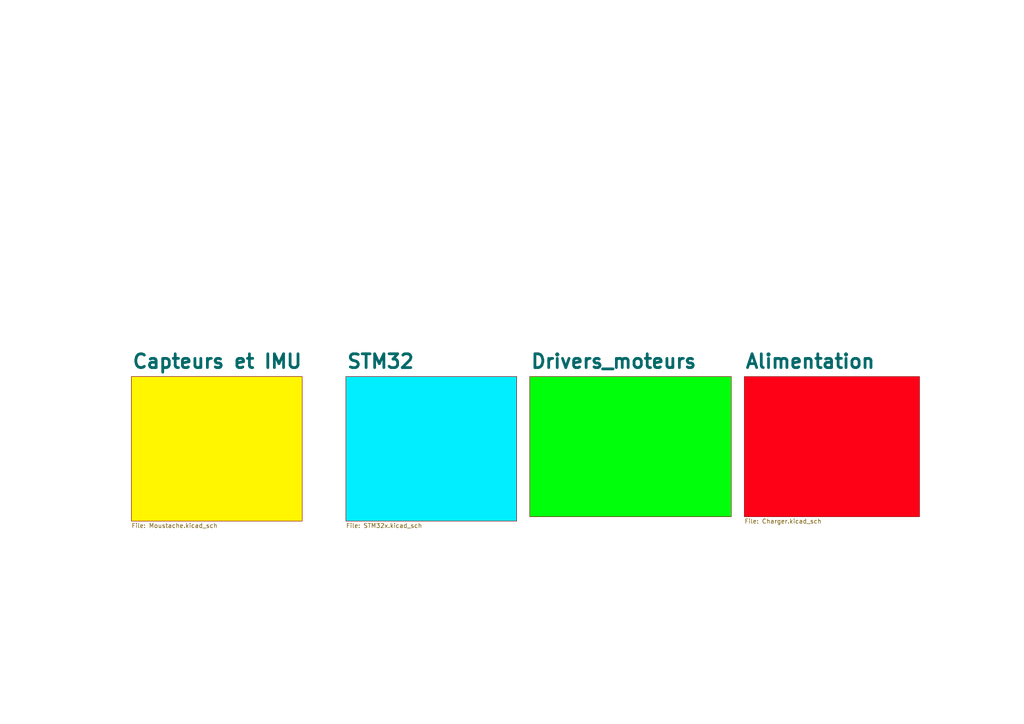
<source format=kicad_sch>
(kicad_sch
	(version 20231120)
	(generator "eeschema")
	(generator_version "8.0")
	(uuid "d6e3fbeb-d028-494d-83bf-2e4a8b12578d")
	(paper "A4")
	(lib_symbols)
	(sheet
		(at 153.67 109.22)
		(size 58.42 40.64)
		(fields_autoplaced yes)
		(stroke
			(width 0.1524)
			(type solid)
		)
		(fill
			(color 0 255 11 1.0000)
		)
		(uuid "13841eaf-0cae-41af-843d-366bf7922a88")
		(property "Sheetname" "Drivers_moteurs"
			(at 153.67 107.1434 0)
			(effects
				(font
					(size 4 4)
					(bold yes)
				)
				(justify left bottom)
			)
		)
		(property "Sheetfile" "MoteurProjet_sch.kicad_sch"
			(at 153.67 150.4446 0)
			(effects
				(font
					(size 1.27 1.27)
				)
				(justify left top)
				(hide yes)
			)
		)
		(instances
			(project "tom&Jerry_Draft"
				(path "/d6e3fbeb-d028-494d-83bf-2e4a8b12578d"
					(page "4")
				)
			)
		)
	)
	(sheet
		(at 215.9 109.22)
		(size 50.8 40.64)
		(fields_autoplaced yes)
		(stroke
			(width 0.1524)
			(type solid)
		)
		(fill
			(color 255 1 22 1.0000)
		)
		(uuid "8ac3fdfa-c0da-499a-9332-dcbe4f0edf5d")
		(property "Sheetname" "Alimentation"
			(at 215.9 107.1434 0)
			(effects
				(font
					(size 4 4)
					(bold yes)
				)
				(justify left bottom)
			)
		)
		(property "Sheetfile" "Charger.kicad_sch"
			(at 215.9 150.4446 0)
			(effects
				(font
					(size 1.27 1.27)
				)
				(justify left top)
			)
		)
		(instances
			(project "tom&Jerry_Draft"
				(path "/d6e3fbeb-d028-494d-83bf-2e4a8b12578d"
					(page "2")
				)
			)
		)
	)
	(sheet
		(at 38.1 109.22)
		(size 49.53 41.91)
		(fields_autoplaced yes)
		(stroke
			(width 0.1524)
			(type solid)
		)
		(fill
			(color 255 246 0 1.0000)
		)
		(uuid "ac7f7f04-c418-4551-b204-a999b9c3c440")
		(property "Sheetname" "Capteurs et IMU"
			(at 38.1 107.1434 0)
			(effects
				(font
					(size 4 4)
					(bold yes)
				)
				(justify left bottom)
			)
		)
		(property "Sheetfile" "Moustache.kicad_sch"
			(at 38.1 151.7146 0)
			(effects
				(font
					(size 1.27 1.27)
				)
				(justify left top)
			)
		)
		(instances
			(project "tom&Jerry_Draft"
				(path "/d6e3fbeb-d028-494d-83bf-2e4a8b12578d"
					(page "3")
				)
			)
		)
	)
	(sheet
		(at 100.33 109.22)
		(size 49.53 41.91)
		(fields_autoplaced yes)
		(stroke
			(width 0.1524)
			(type solid)
		)
		(fill
			(color 0 238 255 1.0000)
		)
		(uuid "f5e23083-8df3-405c-9896-3299249742ca")
		(property "Sheetname" "STM32"
			(at 100.33 107.1434 0)
			(effects
				(font
					(size 4 4)
					(bold yes)
				)
				(justify left bottom)
			)
		)
		(property "Sheetfile" "STM32x.kicad_sch"
			(at 100.33 151.7146 0)
			(effects
				(font
					(size 1.27 1.27)
				)
				(justify left top)
			)
		)
		(instances
			(project "tom&Jerry_Draft"
				(path "/d6e3fbeb-d028-494d-83bf-2e4a8b12578d"
					(page "5")
				)
			)
		)
	)
	(sheet_instances
		(path "/"
			(page "1")
		)
	)
)

</source>
